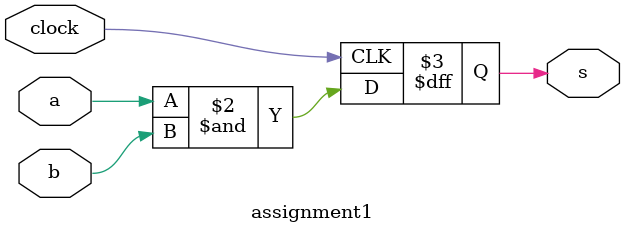
<source format=v>
module assignment1(input wire  clock,
                   input wire  a, b,
                   output wire s);
   always @(posedge clock) s <= a & b;
endmodule

</source>
